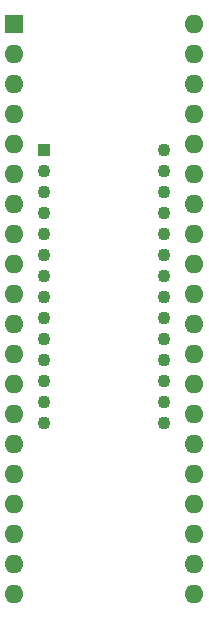
<source format=gts>
G04 #@! TF.GenerationSoftware,KiCad,Pcbnew,(6.0.0)*
G04 #@! TF.CreationDate,2023-01-29T20:36:38-05:00*
G04 #@! TF.ProjectId,tms7000 28 pin adapter,746d7337-3030-4302-9032-382070696e20,rev?*
G04 #@! TF.SameCoordinates,Original*
G04 #@! TF.FileFunction,Soldermask,Top*
G04 #@! TF.FilePolarity,Negative*
%FSLAX46Y46*%
G04 Gerber Fmt 4.6, Leading zero omitted, Abs format (unit mm)*
G04 Created by KiCad (PCBNEW (6.0.0)) date 2023-01-29 20:36:38*
%MOMM*%
%LPD*%
G01*
G04 APERTURE LIST*
%ADD10R,1.600000X1.600000*%
%ADD11O,1.600000X1.600000*%
%ADD12R,1.100000X1.100000*%
%ADD13C,1.100000*%
G04 APERTURE END LIST*
D10*
X115565000Y-52837000D03*
D11*
X115565000Y-55377000D03*
X115565000Y-57917000D03*
X115565000Y-60457000D03*
X115565000Y-62997000D03*
X115565000Y-65537000D03*
X115565000Y-68077000D03*
X115565000Y-70617000D03*
X115565000Y-73157000D03*
X115565000Y-75697000D03*
X115565000Y-78237000D03*
X115565000Y-80777000D03*
X115565000Y-83317000D03*
X115565000Y-85857000D03*
X115565000Y-88397000D03*
X115565000Y-90937000D03*
X115565000Y-93477000D03*
X115565000Y-96017000D03*
X115565000Y-98557000D03*
X115565000Y-101097000D03*
X130805000Y-101097000D03*
X130805000Y-98557000D03*
X130805000Y-96017000D03*
X130805000Y-93477000D03*
X130805000Y-90937000D03*
X130805000Y-88397000D03*
X130805000Y-85857000D03*
X130805000Y-83317000D03*
X130805000Y-80777000D03*
X130805000Y-78237000D03*
X130805000Y-75697000D03*
X130805000Y-73157000D03*
X130805000Y-70617000D03*
X130805000Y-68077000D03*
X130805000Y-65537000D03*
X130805000Y-62997000D03*
X130805000Y-60457000D03*
X130805000Y-57917000D03*
X130805000Y-55377000D03*
X130805000Y-52837000D03*
D12*
X118110000Y-63500000D03*
D13*
X118110000Y-65278000D03*
X118110000Y-67056000D03*
X118110000Y-68834000D03*
X118110000Y-70612000D03*
X118110000Y-72390000D03*
X118110000Y-74168000D03*
X118110000Y-75946000D03*
X118110000Y-77724000D03*
X118110000Y-79502000D03*
X118110000Y-81280000D03*
X118110000Y-83058000D03*
X118110000Y-84836000D03*
X118110000Y-86614000D03*
X128270000Y-86614000D03*
X128270000Y-84836000D03*
X128270000Y-83058000D03*
X128270000Y-81280000D03*
X128270000Y-79502000D03*
X128270000Y-77724000D03*
X128270000Y-75946000D03*
X128270000Y-74168000D03*
X128270000Y-72390000D03*
X128270000Y-70612000D03*
X128270000Y-68834000D03*
X128270000Y-67056000D03*
X128270000Y-65278000D03*
X128270000Y-63500000D03*
M02*

</source>
